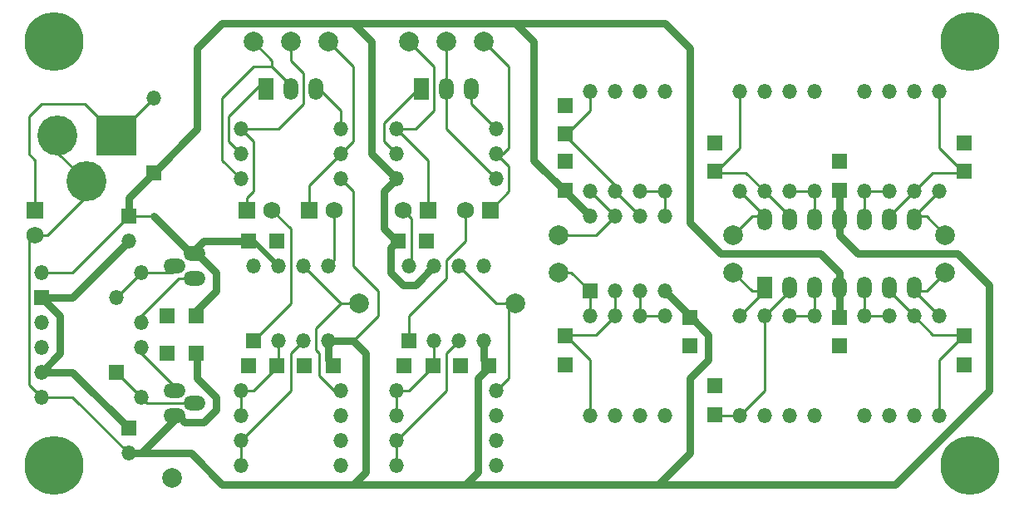
<source format=gtl>
G04 (created by PCBNEW (22-Jun-2014 BZR 4027)-stable) date Thu 21 Jun 2018 01:15:43 AM CDT*
%MOIN*%
G04 Gerber Fmt 3.4, Leading zero omitted, Abs format*
%FSLAX34Y34*%
G01*
G70*
G90*
G04 APERTURE LIST*
%ADD10C,0.00393701*%
%ADD11O,0.0885X0.059*%
%ADD12C,0.079*%
%ADD13R,0.069X0.069*%
%ADD14C,0.069*%
%ADD15O,0.059X0.059*%
%ADD16R,0.059X0.059*%
%ADD17R,0.059X0.064*%
%ADD18R,0.064X0.059*%
%ADD19R,0.16X0.16*%
%ADD20C,0.16*%
%ADD21O,0.059X0.0885*%
%ADD22R,0.059X0.0885*%
%ADD23C,0.23622*%
%ADD24C,0.01*%
%ADD25C,0.03*%
%ADD26C,0.02*%
G04 APERTURE END LIST*
G54D10*
G54D11*
X73602Y-66750D03*
X74397Y-67250D03*
X73602Y-67750D03*
X74397Y-62250D03*
X73602Y-61750D03*
X74397Y-61250D03*
G54D12*
X104500Y-60500D03*
X87250Y-63250D03*
X83000Y-52750D03*
X86000Y-52750D03*
X84500Y-52750D03*
X78250Y-52750D03*
X76750Y-52750D03*
X79750Y-52750D03*
X81000Y-63250D03*
X73500Y-70250D03*
X89000Y-60500D03*
X89000Y-62000D03*
X96000Y-60500D03*
X96000Y-62000D03*
X104500Y-62000D03*
G54D13*
X68000Y-59500D03*
G54D14*
X68000Y-60500D03*
G54D13*
X76500Y-59500D03*
G54D14*
X77500Y-59500D03*
G54D13*
X79000Y-59500D03*
G54D14*
X80000Y-59500D03*
G54D13*
X86250Y-59500D03*
G54D14*
X85250Y-59500D03*
G54D13*
X83750Y-59500D03*
G54D14*
X82750Y-59500D03*
G54D15*
X76250Y-67750D03*
X80250Y-67750D03*
X82500Y-69750D03*
X86500Y-69750D03*
X82500Y-58250D03*
X86500Y-58250D03*
X82500Y-68750D03*
X86500Y-68750D03*
X96250Y-63750D03*
X96250Y-67750D03*
X97250Y-63750D03*
X97250Y-67750D03*
X99250Y-63750D03*
X99250Y-67750D03*
X98250Y-63750D03*
X98250Y-67750D03*
X104250Y-63750D03*
X104250Y-67750D03*
X103250Y-63750D03*
X103250Y-67750D03*
X101250Y-63750D03*
X101250Y-67750D03*
X102250Y-63750D03*
X102250Y-67750D03*
X104250Y-58750D03*
X104250Y-54750D03*
X103250Y-58750D03*
X103250Y-54750D03*
X101250Y-58750D03*
X101250Y-54750D03*
X102250Y-58750D03*
X102250Y-54750D03*
X96250Y-58750D03*
X96250Y-54750D03*
X97250Y-58750D03*
X97250Y-54750D03*
X99250Y-58750D03*
X99250Y-54750D03*
X98250Y-58750D03*
X98250Y-54750D03*
X91250Y-63750D03*
X91250Y-67750D03*
X80250Y-66750D03*
X76250Y-66750D03*
X76250Y-69750D03*
X80250Y-69750D03*
X76250Y-68750D03*
X80250Y-68750D03*
X68250Y-62000D03*
X72250Y-62000D03*
X72250Y-67000D03*
X68250Y-67000D03*
X72250Y-64000D03*
X68250Y-64000D03*
X68250Y-65000D03*
X72250Y-65000D03*
X90250Y-63750D03*
X90250Y-67750D03*
X82500Y-67750D03*
X86500Y-67750D03*
X93250Y-63750D03*
X93250Y-67750D03*
X92250Y-63750D03*
X92250Y-67750D03*
X90250Y-58750D03*
X90250Y-54750D03*
X91250Y-58750D03*
X91250Y-54750D03*
X92250Y-58750D03*
X92250Y-54750D03*
X86500Y-66750D03*
X82500Y-66750D03*
X93250Y-58750D03*
X93250Y-54750D03*
X80250Y-58250D03*
X76250Y-58250D03*
G54D16*
X71750Y-59750D03*
G54D15*
X71750Y-60750D03*
G54D16*
X71750Y-68250D03*
G54D15*
X71750Y-69250D03*
G54D16*
X83000Y-64750D03*
G54D15*
X84000Y-64750D03*
X85000Y-64750D03*
X86000Y-64750D03*
X86000Y-61750D03*
X85000Y-61750D03*
X83000Y-61750D03*
X84000Y-61750D03*
G54D16*
X76750Y-64750D03*
G54D15*
X77750Y-64750D03*
X78750Y-64750D03*
X79750Y-64750D03*
X79750Y-61750D03*
X78750Y-61750D03*
X76750Y-61750D03*
X77750Y-61750D03*
G54D16*
X68250Y-63000D03*
G54D15*
X71250Y-63000D03*
G54D16*
X71250Y-66000D03*
G54D15*
X68250Y-66000D03*
G54D16*
X72750Y-58000D03*
G54D15*
X72750Y-55000D03*
G54D17*
X105250Y-57950D03*
X105250Y-56800D03*
X89250Y-56450D03*
X89250Y-55300D03*
G54D18*
X78800Y-65750D03*
X79950Y-65750D03*
X83950Y-65750D03*
X82800Y-65750D03*
X76550Y-60750D03*
X77700Y-60750D03*
G54D17*
X95250Y-57950D03*
X95250Y-56800D03*
X89250Y-58700D03*
X89250Y-57550D03*
X94250Y-63800D03*
X94250Y-64950D03*
G54D18*
X82550Y-60750D03*
X83700Y-60750D03*
X74450Y-63750D03*
X73300Y-63750D03*
X85050Y-65750D03*
X86200Y-65750D03*
G54D17*
X89250Y-64550D03*
X89250Y-65700D03*
X100250Y-58700D03*
X100250Y-57550D03*
X100250Y-63800D03*
X100250Y-64950D03*
X105250Y-64550D03*
X105250Y-65700D03*
G54D18*
X77700Y-65750D03*
X76550Y-65750D03*
G54D17*
X95250Y-67700D03*
X95250Y-66550D03*
G54D18*
X73300Y-65250D03*
X74450Y-65250D03*
G54D19*
X71250Y-56500D03*
G54D20*
X68900Y-56500D03*
X70050Y-58350D03*
G54D21*
X78250Y-54647D03*
X79250Y-54647D03*
G54D22*
X77250Y-54647D03*
G54D21*
X84500Y-54647D03*
X85500Y-54647D03*
G54D22*
X83500Y-54647D03*
G54D23*
X105500Y-52750D03*
X105500Y-69750D03*
X68750Y-69750D03*
X68750Y-52750D03*
G54D16*
X90250Y-62750D03*
G54D15*
X91250Y-62750D03*
X92250Y-62750D03*
X93250Y-62750D03*
X93250Y-59750D03*
X92250Y-59750D03*
X90250Y-59750D03*
X91250Y-59750D03*
G54D22*
X97250Y-62602D03*
G54D21*
X98250Y-62602D03*
X99250Y-62602D03*
X100250Y-62602D03*
X100250Y-59897D03*
X99250Y-59897D03*
X98250Y-59897D03*
X97250Y-59897D03*
X101250Y-62602D03*
X102250Y-62602D03*
X103250Y-62602D03*
X101250Y-59897D03*
X102250Y-59897D03*
X103250Y-59897D03*
G54D15*
X76250Y-56250D03*
X80250Y-56250D03*
X76250Y-57250D03*
X80250Y-57250D03*
X86500Y-57250D03*
X82500Y-57250D03*
X86500Y-56250D03*
X82500Y-56250D03*
G54D24*
X99250Y-63750D02*
X99250Y-62750D01*
X98250Y-63750D02*
X99250Y-63750D01*
X80000Y-59500D02*
X80000Y-61500D01*
X80000Y-61500D02*
X79750Y-61750D01*
X80250Y-56250D02*
X80250Y-55500D01*
X80250Y-55500D02*
X79250Y-54500D01*
X83000Y-64750D02*
X83000Y-63750D01*
X85250Y-60750D02*
X85250Y-59500D01*
X84500Y-61500D02*
X85250Y-60750D01*
X84500Y-62250D02*
X84500Y-61500D01*
X83000Y-63750D02*
X84500Y-62250D01*
X83000Y-61750D02*
X83100Y-61650D01*
X83100Y-59850D02*
X82750Y-59500D01*
X83100Y-61650D02*
X83100Y-59850D01*
X98250Y-58750D02*
X99250Y-58750D01*
X99250Y-59750D02*
X99250Y-58750D01*
X76250Y-57250D02*
X75750Y-56750D01*
X77000Y-54500D02*
X77250Y-54500D01*
X75750Y-55750D02*
X77000Y-54500D01*
X75750Y-56750D02*
X75750Y-55750D01*
X86500Y-57250D02*
X86750Y-57250D01*
X87000Y-53750D02*
X86000Y-52750D01*
X87000Y-57000D02*
X87000Y-53750D01*
X86750Y-57250D02*
X87000Y-57000D01*
X86250Y-59500D02*
X87000Y-58750D01*
X87000Y-57750D02*
X86500Y-57250D01*
X87000Y-58000D02*
X87000Y-57750D01*
X87000Y-58750D02*
X87000Y-58000D01*
X82500Y-57250D02*
X82000Y-56750D01*
X82000Y-56000D02*
X83500Y-54500D01*
X82000Y-56750D02*
X82000Y-56000D01*
X96250Y-67750D02*
X97250Y-66750D01*
X97250Y-66750D02*
X97250Y-63750D01*
X96250Y-67750D02*
X95250Y-67750D01*
X97250Y-63750D02*
X98250Y-62750D01*
X105250Y-58000D02*
X104250Y-57000D01*
X104250Y-57000D02*
X104250Y-54750D01*
X105250Y-58000D02*
X104000Y-58000D01*
X104000Y-58000D02*
X103250Y-58750D01*
X102250Y-59750D02*
X103250Y-58750D01*
X95250Y-58000D02*
X96250Y-57000D01*
X96250Y-57000D02*
X96250Y-54750D01*
X95250Y-58000D02*
X96500Y-58000D01*
X96500Y-58000D02*
X97250Y-58750D01*
X98250Y-59750D02*
X97250Y-58750D01*
X102250Y-58750D02*
X101250Y-58750D01*
X101250Y-59750D02*
X101250Y-58750D01*
X71250Y-56500D02*
X72750Y-55000D01*
X68000Y-59500D02*
X68000Y-57500D01*
X70000Y-55250D02*
X71250Y-56500D01*
X68250Y-55250D02*
X70000Y-55250D01*
X67750Y-55750D02*
X68250Y-55250D01*
X67750Y-57250D02*
X67750Y-55750D01*
X68000Y-57500D02*
X67750Y-57250D01*
X93250Y-63750D02*
X92250Y-63750D01*
X92250Y-63750D02*
X92250Y-62750D01*
X76250Y-69750D02*
X76250Y-68750D01*
X76250Y-68750D02*
X78250Y-66750D01*
X78250Y-65250D02*
X78750Y-64750D01*
X78250Y-66750D02*
X78250Y-65250D01*
X103250Y-63750D02*
X104000Y-64500D01*
X104000Y-64500D02*
X105250Y-64500D01*
X104250Y-67750D02*
X104250Y-65500D01*
X104250Y-65500D02*
X105250Y-64500D01*
X102250Y-62750D02*
X103250Y-63750D01*
X76250Y-67750D02*
X76250Y-66750D01*
X77750Y-65750D02*
X76750Y-66750D01*
X76750Y-66750D02*
X76250Y-66750D01*
X77750Y-65750D02*
X77750Y-64750D01*
X72250Y-67000D02*
X71250Y-66000D01*
X74250Y-67250D02*
X72500Y-67250D01*
X72500Y-67250D02*
X72250Y-67000D01*
G54D25*
X71750Y-68250D02*
X69500Y-66000D01*
X69500Y-66000D02*
X68250Y-66000D01*
X71750Y-60750D02*
X69500Y-63000D01*
X69500Y-63000D02*
X68250Y-63000D01*
X68250Y-63000D02*
X69000Y-63750D01*
X69000Y-63750D02*
X69000Y-65250D01*
X69000Y-65250D02*
X68250Y-66000D01*
G54D24*
X71250Y-63000D02*
X72250Y-62000D01*
X72250Y-62000D02*
X73500Y-62000D01*
X73500Y-62000D02*
X73750Y-61750D01*
X74250Y-62250D02*
X73750Y-62250D01*
X72250Y-63750D02*
X72250Y-64000D01*
X73750Y-62250D02*
X72250Y-63750D01*
X73750Y-66750D02*
X72250Y-65250D01*
X72250Y-65250D02*
X72250Y-65000D01*
X77500Y-53750D02*
X77500Y-53500D01*
X77500Y-53500D02*
X76750Y-52750D01*
X76250Y-58250D02*
X75500Y-57500D01*
X77500Y-53750D02*
X78250Y-54500D01*
X76750Y-53750D02*
X77500Y-53750D01*
X75500Y-55000D02*
X76750Y-53750D01*
X75500Y-57500D02*
X75500Y-55000D01*
X78250Y-52750D02*
X78250Y-53500D01*
X77750Y-56250D02*
X76250Y-56250D01*
X78750Y-55250D02*
X77750Y-56250D01*
X78750Y-54000D02*
X78750Y-55250D01*
X78250Y-53500D02*
X78750Y-54000D01*
X76500Y-59500D02*
X76500Y-59000D01*
X76750Y-56750D02*
X76250Y-56250D01*
X76750Y-58750D02*
X76750Y-56750D01*
X76500Y-59000D02*
X76750Y-58750D01*
X80250Y-57250D02*
X80750Y-56750D01*
X80750Y-53750D02*
X79750Y-52750D01*
X80750Y-56750D02*
X80750Y-53750D01*
X79000Y-59500D02*
X79000Y-58500D01*
X79000Y-58500D02*
X80250Y-57250D01*
X84000Y-65750D02*
X84000Y-64750D01*
X82500Y-66750D02*
X83000Y-66750D01*
X83000Y-66750D02*
X84000Y-65750D01*
X82500Y-67750D02*
X82500Y-66750D01*
X85000Y-64750D02*
X84500Y-65250D01*
X84500Y-66750D02*
X82500Y-68750D01*
X84500Y-66500D02*
X84500Y-66750D01*
X84500Y-65250D02*
X84500Y-66500D01*
X82500Y-69750D02*
X82500Y-68750D01*
X93250Y-58750D02*
X92250Y-58750D01*
X93250Y-59750D02*
X93250Y-58750D01*
X89250Y-64500D02*
X90250Y-65500D01*
X90250Y-65500D02*
X90250Y-67750D01*
X89250Y-64500D02*
X90500Y-64500D01*
X90500Y-64500D02*
X91250Y-63750D01*
X91250Y-63750D02*
X91250Y-62750D01*
X89250Y-56500D02*
X91250Y-58500D01*
X91250Y-58500D02*
X91250Y-58750D01*
X89250Y-56500D02*
X90250Y-55500D01*
X90250Y-55500D02*
X90250Y-54750D01*
X92250Y-59750D02*
X91250Y-58750D01*
X102250Y-63750D02*
X101250Y-63750D01*
X101250Y-63750D02*
X101250Y-62750D01*
X86500Y-58250D02*
X84500Y-56250D01*
X84500Y-56250D02*
X84500Y-54500D01*
X84500Y-54500D02*
X84500Y-52750D01*
X83750Y-59500D02*
X83750Y-57500D01*
X83750Y-57500D02*
X82500Y-56250D01*
X82500Y-56250D02*
X83250Y-56250D01*
X84000Y-53750D02*
X83000Y-52750D01*
X84000Y-55500D02*
X84000Y-53750D01*
X83250Y-56250D02*
X84000Y-55500D01*
X85500Y-54500D02*
X85500Y-55250D01*
X85500Y-55250D02*
X86500Y-56250D01*
X76750Y-64750D02*
X78250Y-63250D01*
X78250Y-60250D02*
X77500Y-59500D01*
X78250Y-63250D02*
X78250Y-60250D01*
G54D25*
X89250Y-58750D02*
X88000Y-57500D01*
X88000Y-52750D02*
X87250Y-52000D01*
X88000Y-57500D02*
X88000Y-52750D01*
X82500Y-58250D02*
X81500Y-57250D01*
X81500Y-52750D02*
X80750Y-52000D01*
X81500Y-53500D02*
X81500Y-52750D01*
X81500Y-57250D02*
X81500Y-53500D01*
X76500Y-60750D02*
X74750Y-60750D01*
X74750Y-60750D02*
X74250Y-61250D01*
X82500Y-60750D02*
X82000Y-60250D01*
X82000Y-58750D02*
X82500Y-58250D01*
X82000Y-60250D02*
X82000Y-58750D01*
X84000Y-61750D02*
X83250Y-62500D01*
X82250Y-61000D02*
X82500Y-60750D01*
X82250Y-61500D02*
X82250Y-61000D01*
X82250Y-62000D02*
X82250Y-61500D01*
X82500Y-62250D02*
X82250Y-62000D01*
X82750Y-62500D02*
X82500Y-62250D01*
X83250Y-62500D02*
X82750Y-62500D01*
X75250Y-52250D02*
X75500Y-52000D01*
X75500Y-52000D02*
X80750Y-52000D01*
X72750Y-58000D02*
X74500Y-56250D01*
X74500Y-53000D02*
X74500Y-56250D01*
X75250Y-52250D02*
X74500Y-53000D01*
X93500Y-52250D02*
X94250Y-53000D01*
X94250Y-53000D02*
X94250Y-60000D01*
X94250Y-60000D02*
X95500Y-61250D01*
X95500Y-61250D02*
X99500Y-61250D01*
X99500Y-61250D02*
X100250Y-62000D01*
X100250Y-62000D02*
X100250Y-62750D01*
X93250Y-52000D02*
X93500Y-52250D01*
X87250Y-52000D02*
X93250Y-52000D01*
X80750Y-52000D02*
X87250Y-52000D01*
X74500Y-63750D02*
X74500Y-63500D01*
X74500Y-63500D02*
X75250Y-62750D01*
X75250Y-62750D02*
X75250Y-62000D01*
X75250Y-62000D02*
X74500Y-61250D01*
X74500Y-61250D02*
X74250Y-61250D01*
X100250Y-63750D02*
X100250Y-62750D01*
X90250Y-59750D02*
X89250Y-58750D01*
G54D24*
X76500Y-60750D02*
X76750Y-60750D01*
G54D26*
X76750Y-60750D02*
X77750Y-61750D01*
G54D24*
X71750Y-59750D02*
X72750Y-59750D01*
G54D25*
X72750Y-59750D02*
X74250Y-61250D01*
G54D24*
X68250Y-62000D02*
X69500Y-62000D01*
X69500Y-62000D02*
X71750Y-59750D01*
G54D25*
X71750Y-59750D02*
X71750Y-59000D01*
X71750Y-59000D02*
X72750Y-58000D01*
X85750Y-66250D02*
X85750Y-70000D01*
X86250Y-65750D02*
X85750Y-66250D01*
X85750Y-70000D02*
X85250Y-70500D01*
X93000Y-70500D02*
X102500Y-70500D01*
X100250Y-60500D02*
X101000Y-61250D01*
X101000Y-61250D02*
X105000Y-61250D01*
X105000Y-61250D02*
X106250Y-62500D01*
X106250Y-62500D02*
X106250Y-66750D01*
X106250Y-66750D02*
X102750Y-70250D01*
X100250Y-60500D02*
X100250Y-59750D01*
X102500Y-70500D02*
X102750Y-70250D01*
X80750Y-70500D02*
X85250Y-70500D01*
X85250Y-70500D02*
X93000Y-70500D01*
X93000Y-70500D02*
X93250Y-70250D01*
X80250Y-70500D02*
X80750Y-70500D01*
X80750Y-64750D02*
X81250Y-65250D01*
X74250Y-69250D02*
X75500Y-70500D01*
X75500Y-70500D02*
X80250Y-70500D01*
X74250Y-69250D02*
X72250Y-69250D01*
X81250Y-70000D02*
X81250Y-65250D01*
X80750Y-70500D02*
X81250Y-70000D01*
G54D24*
X81500Y-64000D02*
X81750Y-63750D01*
X80750Y-61750D02*
X80750Y-58750D01*
X80250Y-58250D02*
X80750Y-58750D01*
X81500Y-64000D02*
X80750Y-64750D01*
X81750Y-62750D02*
X80750Y-61750D01*
X81750Y-63750D02*
X81750Y-62750D01*
G54D25*
X73750Y-67750D02*
X74000Y-68000D01*
X74500Y-66250D02*
X74500Y-65250D01*
X75250Y-67000D02*
X74500Y-66250D01*
X75250Y-67500D02*
X75250Y-67000D01*
X74750Y-68000D02*
X75250Y-67500D01*
X74000Y-68000D02*
X74750Y-68000D01*
X95000Y-64500D02*
X94250Y-63750D01*
X95000Y-65500D02*
X95000Y-64500D01*
X94250Y-66250D02*
X95000Y-65500D01*
X94250Y-69250D02*
X94250Y-66250D01*
X93250Y-70250D02*
X94250Y-69250D01*
X72500Y-69000D02*
X72250Y-69250D01*
X100250Y-59750D02*
X100250Y-58750D01*
X94250Y-63750D02*
X93250Y-62750D01*
G54D24*
X86250Y-65750D02*
X86000Y-65500D01*
G54D25*
X86000Y-65500D02*
X86000Y-64750D01*
X79750Y-64750D02*
X80750Y-64750D01*
G54D24*
X80000Y-65750D02*
X79750Y-65500D01*
G54D25*
X79750Y-65500D02*
X79750Y-64750D01*
X71750Y-69250D02*
X72250Y-69250D01*
X72250Y-69250D02*
X73750Y-67750D01*
G54D24*
X71750Y-69250D02*
X69500Y-67000D01*
X69500Y-67000D02*
X68250Y-67000D01*
X68000Y-60500D02*
X67750Y-60750D01*
X67750Y-66500D02*
X68250Y-67000D01*
X67750Y-60750D02*
X67750Y-66500D01*
X68000Y-60500D02*
X68500Y-60500D01*
X70050Y-58950D02*
X70050Y-58350D01*
X68500Y-60500D02*
X70050Y-58950D01*
X68900Y-56500D02*
X68900Y-57200D01*
X68900Y-57200D02*
X70050Y-58350D01*
X79250Y-65000D02*
X79250Y-65100D01*
X79250Y-64250D02*
X79250Y-65000D01*
X80250Y-63250D02*
X79250Y-64250D01*
X80000Y-66750D02*
X79500Y-66250D01*
X80000Y-66750D02*
X80250Y-66750D01*
X79400Y-66150D02*
X79500Y-66250D01*
X79400Y-65250D02*
X79400Y-66150D01*
X79250Y-65100D02*
X79400Y-65250D01*
X78750Y-61750D02*
X80250Y-63250D01*
X80250Y-63250D02*
X81000Y-63250D01*
X86500Y-66750D02*
X87000Y-66250D01*
X87000Y-63500D02*
X87250Y-63250D01*
X87000Y-66250D02*
X87000Y-63500D01*
X85000Y-61750D02*
X86500Y-63250D01*
X86500Y-63250D02*
X87250Y-63250D01*
X89000Y-62000D02*
X89500Y-62000D01*
X89500Y-62000D02*
X90250Y-62750D01*
X90250Y-63750D02*
X90250Y-62750D01*
X91250Y-59750D02*
X90250Y-58750D01*
X89000Y-60500D02*
X90500Y-60500D01*
X90500Y-60500D02*
X91250Y-59750D01*
X96000Y-62000D02*
X96750Y-62750D01*
X96750Y-62750D02*
X97250Y-62750D01*
X96250Y-63750D02*
X97250Y-62750D01*
X104500Y-62000D02*
X103750Y-62750D01*
X103750Y-62750D02*
X103250Y-62750D01*
X103250Y-62750D02*
X104250Y-63750D01*
X104500Y-60500D02*
X103750Y-59750D01*
X103750Y-59750D02*
X103250Y-59750D01*
X103250Y-59750D02*
X104250Y-58750D01*
X96000Y-60500D02*
X96750Y-59750D01*
X96750Y-59750D02*
X97250Y-59750D01*
X97250Y-59750D02*
X96250Y-58750D01*
M02*

</source>
